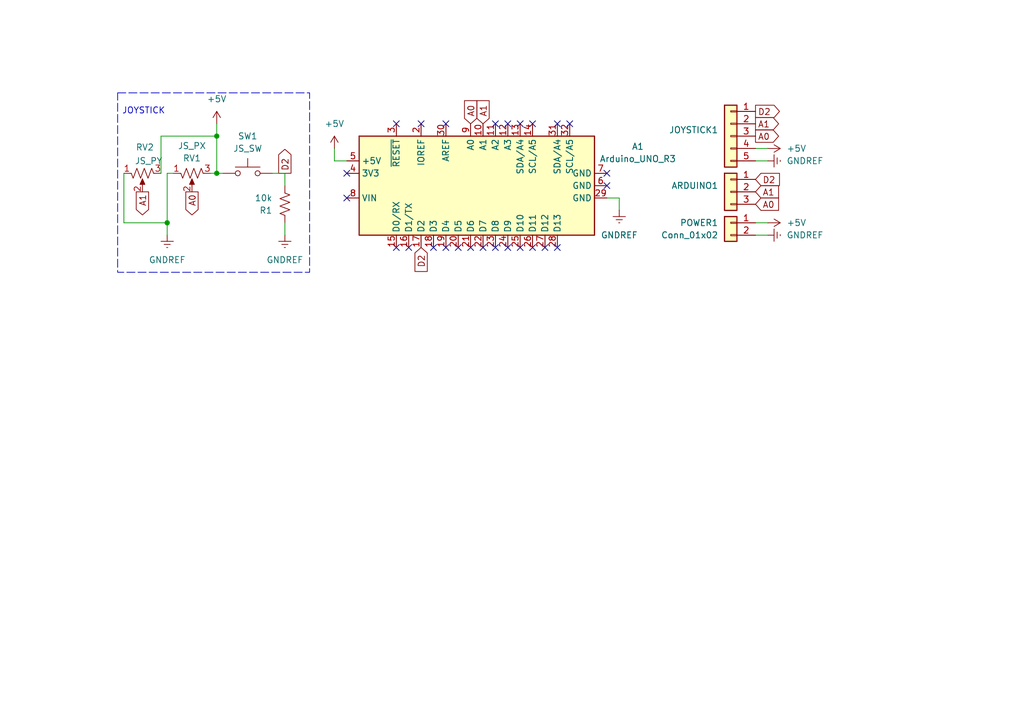
<source format=kicad_sch>
(kicad_sch (version 20231120) (generator "eeschema") (generator_version "8.0")
  (paper "A5")
  (lib_symbols
    (symbol "Connector_Generic:Conn_01x02" (pin_names (offset 1.016) hide)
      (property "Reference" "J" (at 0 2.54 0))
      (property "Value" "Conn_01x02" (at 0 -5.08 0))
      (symbol "Conn_01x02_1_1"
        (rectangle (start -1.27 -2.413) (end 0 -2.667) (stroke (width 0.1524)))
        (rectangle (start -1.27 0.127) (end 0 -0.127) (stroke (width 0.1524)))
        (rectangle (start -1.27 1.27) (end 1.27 -3.81) (stroke (width 0.254)) (fill (type background)))
        (pin passive line (at -5.08 0 0) (length 3.81) (name "Pin_1") (number "1"))
        (pin passive line (at -5.08 -2.54 0) (length 3.81) (name "Pin_2") (number "2"))
      )
    )
    (symbol "Connector_Generic:Conn_01x03" (pin_names (offset 1.016) hide)
      (property "Reference" "J" (at 0 5.08 0))
      (property "Value" "Conn_01x03" (at 0 -5.08 0))
      (symbol "Conn_01x03_1_1"
        (rectangle (start -1.27 -2.413) (end 0 -2.667) (stroke (width 0.1524)))
        (rectangle (start -1.27 0.127) (end 0 -0.127) (stroke (width 0.1524)))
        (rectangle (start -1.27 2.667) (end 0 2.413) (stroke (width 0.1524)))
        (rectangle (start -1.27 3.81) (end 1.27 -3.81) (stroke (width 0.254)) (fill (type background)))
        (pin passive line (at -5.08 2.54 0) (length 3.81) (name "Pin_1") (number "1"))
        (pin passive line (at -5.08 0 0) (length 3.81) (name "Pin_2") (number "2"))
        (pin passive line (at -5.08 -2.54 0) (length 3.81) (name "Pin_3") (number "3"))
      )
    )
    (symbol "Connector_Generic:Conn_01x05" (pin_names (offset 1.016) hide)
      (property "Reference" "J" (at 0 7.62 0))
      (property "Value" "Conn_01x05" (at 0 -7.62 0))
      (symbol "Conn_01x05_1_1"
        (rectangle (start -1.27 -4.953) (end 0 -5.207) (stroke (width 0.1524)))
        (rectangle (start -1.27 -2.413) (end 0 -2.667) (stroke (width 0.1524)))
        (rectangle (start -1.27 0.127) (end 0 -0.127) (stroke (width 0.1524)))
        (rectangle (start -1.27 2.667) (end 0 2.413) (stroke (width 0.1524)))
        (rectangle (start -1.27 5.207) (end 0 4.953) (stroke (width 0.1524)))
        (rectangle (start -1.27 6.35) (end 1.27 -6.35) (stroke (width 0.254)) (fill (type background)))
        (pin passive line (at -5.08 5.08 0) (length 3.81) (name "Pin_1") (number "1"))
        (pin passive line (at -5.08 2.54 0) (length 3.81) (name "Pin_2") (number "2"))
        (pin passive line (at -5.08 0 0) (length 3.81) (name "Pin_3") (number "3"))
        (pin passive line (at -5.08 -2.54 0) (length 3.81) (name "Pin_4") (number "4"))
        (pin passive line (at -5.08 -5.08 0) (length 3.81) (name "Pin_5") (number "5"))
      )
    )
    (symbol "Device:R_Potentiometer_US" (pin_names (offset 1.016) hide)
      (property "Reference" "RV" (at -4.445 0 90))
      (property "Value" "R_Potentiometer_US" (at -2.54 0 90))
      (symbol "R_Potentiometer_US_0_1"
        (polyline (pts (xy 0 -2.286) (xy 0 -2.54)))
        (polyline (pts (xy 0 2.54) (xy 0 2.286)))
        (polyline (pts (xy 2.54 0) (xy 1.524 0)))
        (polyline (pts (xy 1.143 0) (xy 2.286 0.508) (xy 2.286 -0.508) (xy 1.143 0)) (fill (type outline)))
        (polyline (pts (xy 0 -0.762) (xy 1.016 -1.143) (xy 0 -1.524) (xy -1.016 -1.905) (xy 0 -2.286)))
        (polyline (pts (xy 0 0.762) (xy 1.016 0.381) (xy 0 0) (xy -1.016 -0.381) (xy 0 -0.762)))
        (polyline (pts (xy 0 2.286) (xy 1.016 1.905) (xy 0 1.524) (xy -1.016 1.143) (xy 0 0.762)))
      )
      (symbol "R_Potentiometer_US_1_1"
        (pin passive line (at 0 3.81 270) (length 1.27) (name "1") (number "1"))
        (pin passive line (at 3.81 0 180) (length 1.27) (name "2") (number "2"))
        (pin passive line (at 0 -3.81 90) (length 1.27) (name "3") (number "3"))
      )
    )
    (symbol "Device:R_US" (pin_numbers hide) (pin_names (offset 0))
      (property "Reference" "R" (at 2.54 0 90))
      (property "Value" "R_US" (at -2.54 0 90))
      (symbol "R_US_0_1"
        (polyline (pts (xy 0 -2.286) (xy 0 -2.54)))
        (polyline (pts (xy 0 2.286) (xy 0 2.54)))
        (polyline (pts (xy 0 -0.762) (xy 1.016 -1.143) (xy 0 -1.524) (xy -1.016 -1.905) (xy 0 -2.286)))
        (polyline (pts (xy 0 0.762) (xy 1.016 0.381) (xy 0 0) (xy -1.016 -0.381) (xy 0 -0.762)))
        (polyline (pts (xy 0 2.286) (xy 1.016 1.905) (xy 0 1.524) (xy -1.016 1.143) (xy 0 0.762)))
      )
      (symbol "R_US_1_1"
        (pin passive line (at 0 3.81 270) (length 1.27) (name "~") (number "1"))
        (pin passive line (at 0 -3.81 90) (length 1.27) (name "~") (number "2"))
      )
    )
    (symbol "MCU_Module:Arduino_UNO_R3"
      (property "Reference" "A" (at -10.16 23.495 0))
      (property "Value" "Arduino_UNO_R3" (at 5.08 -26.67 0))
      (symbol "Arduino_UNO_R3_0_1"
        (rectangle (start -10.16 22.86) (end 10.16 -25.4) (stroke (width 0.254)) (fill (type background)))
      )
      (symbol "Arduino_UNO_R3_1_1"
        (pin no_connect line (at -10.16 -20.32 0) (length 2.54) hide (name "NC") (number "1"))
        (pin bidirectional line (at 12.7 -2.54 180) (length 2.54) (name "A1") (number "10"))
        (pin bidirectional line (at 12.7 -5.08 180) (length 2.54) (name "A2") (number "11"))
        (pin bidirectional line (at 12.7 -7.62 180) (length 2.54) (name "A3") (number "12"))
        (pin bidirectional line (at 12.7 -10.16 180) (length 2.54) (name "SDA/A4") (number "13"))
        (pin bidirectional line (at 12.7 -12.7 180) (length 2.54) (name "SCL/A5") (number "14"))
        (pin bidirectional line (at -12.7 15.24 0) (length 2.54) (name "D0/RX") (number "15"))
        (pin bidirectional line (at -12.7 12.7 0) (length 2.54) (name "D1/TX") (number "16"))
        (pin bidirectional line (at -12.7 10.16 0) (length 2.54) (name "D2") (number "17"))
        (pin bidirectional line (at -12.7 7.62 0) (length 2.54) (name "D3") (number "18"))
        (pin bidirectional line (at -12.7 5.08 0) (length 2.54) (name "D4") (number "19"))
        (pin output line (at 12.7 10.16 180) (length 2.54) (name "IOREF") (number "2"))
        (pin bidirectional line (at -12.7 2.54 0) (length 2.54) (name "D5") (number "20"))
        (pin bidirectional line (at -12.7 0 0) (length 2.54) (name "D6") (number "21"))
        (pin bidirectional line (at -12.7 -2.54 0) (length 2.54) (name "D7") (number "22"))
        (pin bidirectional line (at -12.7 -5.08 0) (length 2.54) (name "D8") (number "23"))
        (pin bidirectional line (at -12.7 -7.62 0) (length 2.54) (name "D9") (number "24"))
        (pin bidirectional line (at -12.7 -10.16 0) (length 2.54) (name "D10") (number "25"))
        (pin bidirectional line (at -12.7 -12.7 0) (length 2.54) (name "D11") (number "26"))
        (pin bidirectional line (at -12.7 -15.24 0) (length 2.54) (name "D12") (number "27"))
        (pin bidirectional line (at -12.7 -17.78 0) (length 2.54) (name "D13") (number "28"))
        (pin power_in line (at -2.54 -27.94 90) (length 2.54) (name "GND") (number "29"))
        (pin input line (at 12.7 15.24 180) (length 2.54) (name "~{RESET}") (number "3"))
        (pin input line (at 12.7 5.08 180) (length 2.54) (name "AREF") (number "30"))
        (pin bidirectional line (at 12.7 -17.78 180) (length 2.54) (name "SDA/A4") (number "31"))
        (pin bidirectional line (at 12.7 -20.32 180) (length 2.54) (name "SCL/A5") (number "32"))
        (pin power_out line (at 2.54 25.4 270) (length 2.54) (name "3V3") (number "4"))
        (pin power_out line (at 5.08 25.4 270) (length 2.54) (name "+5V") (number "5"))
        (pin power_in line (at 0 -27.94 90) (length 2.54) (name "GND") (number "6"))
        (pin power_in line (at 2.54 -27.94 90) (length 2.54) (name "GND") (number "7"))
        (pin power_in line (at -2.54 25.4 270) (length 2.54) (name "VIN") (number "8"))
        (pin bidirectional line (at 12.7 0 180) (length 2.54) (name "A0") (number "9"))
      )
    )
    (symbol "Switch:SW_Push" (pin_numbers hide) (pin_names (offset 1.016) hide)
      (property "Reference" "SW" (at 1.27 2.54 0))
      (property "Value" "SW_Push" (at 0 -1.524 0))
      (symbol "SW_Push_0_1"
        (circle (center -2.032 0) (radius 0.508))
        (polyline (pts (xy 0 1.27) (xy 0 3.048)))
        (polyline (pts (xy 2.54 1.27) (xy -2.54 1.27)))
        (circle (center 2.032 0) (radius 0.508))
        (pin passive line (at -5.08 0 0) (length 2.54) (name "1") (number "1"))
        (pin passive line (at 5.08 0 180) (length 2.54) (name "2") (number "2"))
      )
    )
    (symbol "power:+5V" (power) (pin_numbers hide) (pin_names (offset 0) hide)
      (property "Value" "+5V" (at 0 3.556 0))
      (symbol "+5V_0_1"
        (polyline (pts (xy -0.762 1.27) (xy 0 2.54)))
        (polyline (pts (xy 0 0) (xy 0 2.54)))
        (polyline (pts (xy 0 2.54) (xy 0.762 1.27)))
      )
      (symbol "+5V_1_1"
        (pin power_in line (at 0 0 90) (length 0) (name "~") (number "1"))
      )
    )
    (symbol "power:GNDREF" (power) (pin_numbers hide) (pin_names (offset 0) hide)
      (property "Value" "GNDREF" (at 0 -3.81 0))
      (symbol "GNDREF_0_1"
        (polyline (pts (xy -0.635 -1.905) (xy 0.635 -1.905)))
        (polyline (pts (xy -0.127 -2.54) (xy 0.127 -2.54)))
        (polyline (pts (xy 0 -1.27) (xy 0 0)))
        (polyline (pts (xy 1.27 -1.27) (xy -1.27 -1.27)))
      )
      (symbol "GNDREF_1_1"
        (pin power_in line (at 0 0 270) (length 0) (name "~") (number "1"))
      )
    )
  )
  (junction (at 44.45 35.56))
  (junction (at 44.45 27.94))
  (junction (at 34.29 45.72))
  (no_connect (at 116.84 25.4))
  (no_connect (at 106.68 50.8))
  (no_connect (at 91.44 25.4))
  (no_connect (at 104.14 25.4))
  (no_connect (at 81.28 25.4))
  (no_connect (at 91.44 50.8))
  (no_connect (at 111.76 50.8))
  (no_connect (at 71.12 40.64))
  (no_connect (at 101.6 25.4))
  (no_connect (at 81.28 50.8))
  (no_connect (at 101.6 50.8))
  (no_connect (at 83.82 50.8))
  (no_connect (at 114.3 25.4))
  (no_connect (at 99.06 50.8))
  (no_connect (at 93.98 50.8))
  (no_connect (at 96.52 50.8))
  (no_connect (at 71.12 35.56))
  (no_connect (at 106.68 25.4))
  (no_connect (at 86.36 25.4))
  (no_connect (at 109.22 50.8))
  (no_connect (at 109.22 25.4))
  (no_connect (at 104.14 50.8))
  (no_connect (at 124.46 38.1))
  (no_connect (at 114.3 50.8))
  (no_connect (at 124.46 35.56))
  (no_connect (at 88.9 50.8))
  (wire (pts (xy 25.4 45.72) (xy 34.29 45.72)))
  (wire (pts (xy 68.58 33.02) (xy 71.12 33.02)))
  (wire (pts (xy 154.94 30.48) (xy 157.48 30.48)))
  (wire (pts (xy 127 43.18) (xy 127 40.64)))
  (wire (pts (xy 44.45 35.56) (xy 43.18 35.56)))
  (wire (pts (xy 157.48 33.02) (xy 154.94 33.02)))
  (wire (pts (xy 68.58 30.48) (xy 68.58 33.02)))
  (wire (pts (xy 157.48 48.26) (xy 154.94 48.26)))
  (wire (pts (xy 127 40.64) (xy 124.46 40.64)))
  (wire (pts (xy 44.45 27.94) (xy 44.45 25.4)))
  (wire (pts (xy 157.48 45.72) (xy 154.94 45.72)))
  (wire (pts (xy 44.45 35.56) (xy 45.72 35.56)))
  (wire (pts (xy 58.42 35.56) (xy 58.42 38.1)))
  (wire (pts (xy 33.02 35.56) (xy 33.02 27.94)))
  (wire (pts (xy 33.02 27.94) (xy 44.45 27.94)))
  (wire (pts (xy 44.45 35.56) (xy 44.45 27.94)))
  (wire (pts (xy 25.4 35.56) (xy 25.4 45.72)))
  (wire (pts (xy 55.88 35.56) (xy 58.42 35.56)))
  (wire (pts (xy 34.29 35.56) (xy 34.29 45.72)))
  (wire (pts (xy 34.29 45.72) (xy 34.29 48.26)))
  (wire (pts (xy 35.56 35.56) (xy 34.29 35.56)))
  (wire (pts (xy 58.42 45.72) (xy 58.42 48.26)))
  (rectangle (start 24.13 19.05) (end 63.5 55.88) (stroke (width 0) (type dash)))
  (text "JOYSTICK" (at 29.464 22.86 0) (effects (font (size 1.27 1.27))))
  (global_label "A1" (shape input) (at 99.06 25.4 90) (property "Intersheetrefs" "${INTERSHEET_REFS}" (effects (hide yes))))
  (global_label "A1" (shape output) (at 29.21 39.37 270) (property "Intersheetrefs" "${INTERSHEET_REFS}" (effects (hide yes))))
  (global_label "D2" (shape input) (at 154.94 36.83 0) (property "Intersheetrefs" "${INTERSHEET_REFS}" (effects (hide yes))))
  (global_label "D2" (shape output) (at 154.94 22.86 0) (property "Intersheetrefs" "${INTERSHEET_REFS}" (effects (hide yes))))
  (global_label "D2" (shape input) (at 86.36 50.8 270) (property "Intersheetrefs" "${INTERSHEET_REFS}" (effects (hide yes))))
  (global_label "A0" (shape output) (at 39.37 39.37 270) (property "Intersheetrefs" "${INTERSHEET_REFS}" (effects (hide yes))))
  (global_label "A0" (shape input) (at 96.52 25.4 90) (property "Intersheetrefs" "${INTERSHEET_REFS}" (effects (hide yes))))
  (global_label "A1" (shape input) (at 154.94 39.37 0) (property "Intersheetrefs" "${INTERSHEET_REFS}" (effects (hide yes))))
  (global_label "A0" (shape output) (at 154.94 27.94 0) (property "Intersheetrefs" "${INTERSHEET_REFS}" (effects (hide yes))))
  (global_label "A0" (shape input) (at 154.94 41.91 0) (property "Intersheetrefs" "${INTERSHEET_REFS}" (effects (hide yes))))
  (global_label "A1" (shape output) (at 154.94 25.4 0) (property "Intersheetrefs" "${INTERSHEET_REFS}" (effects (hide yes))))
  (global_label "D2" (shape output) (at 58.42 35.56 90) (property "Intersheetrefs" "${INTERSHEET_REFS}" (effects (hide yes))))
  (symbol (lib_id "Connector_Generic:Conn_01x05") (at 149.86 27.94 0) (mirror y) (unit 1)
    (property "Reference" "JOYSTICK1" (at 147.32 26.6699 0) (effects (justify left)))
    (property "Value" "Conn_01x05" (effects (hide yes)))
    (property "Footprint" "Connector_PinSocket_2.54mm:PinSocket_1x05_P2.54mm_Vertical" (effects (hide yes)))
    (property "Description" "Generic connector, single row, 01x05, script generated (kicad-library-utils/schlib/autogen/connector/)" (effects (hide yes)))
  )
  (symbol (lib_id "power:+5V") (at 157.48 45.72 270) (unit 1) (on_board no)
    (property "Reference" "#PWR08" (effects (hide yes)))
    (property "Value" "+5V" (at 161.29 45.7199 90) (effects (justify left)))
    (property "Description" "Power symbol creates a global label with name \"+5V\"" (effects (hide yes)))
  )
  (symbol (lib_id "Device:R_Potentiometer_US") (at 29.21 35.56 90) (mirror x) (unit 1) (on_board no)
    (property "Reference" "RV2" (at 29.718 30.226 90))
    (property "Value" "JS_PY" (at 30.4799 33.02 90))
    (property "Footprint" "Package_DIP:DIP-24_W7.62mm" (effects (hide yes)))
    (property "Description" "Potentiometer, US symbol" (effects (hide yes)))
  )
  (symbol (lib_id "Device:R_Potentiometer_US") (at 39.37 35.56 90) (mirror x) (unit 1) (on_board no)
    (property "Reference" "RV1" (at 39.37 31.75 90) (effects (justify top)))
    (property "Value" "JS_PX" (at 39.37 29.21 90) (effects (justify top)))
    (property "Footprint" "Package_DIP:DIP-24_W7.62mm" (effects (hide yes)))
    (property "Description" "Potentiometer, US symbol" (effects (hide yes)))
  )
  (symbol (lib_id "power:+5V") (at 68.58 30.48 0) (unit 1) (on_board no)
    (property "Reference" "#PWR06" (effects (hide yes)))
    (property "Value" "+5V" (at 68.58 25.4 0))
    (property "Description" "Power symbol creates a global label with name \"+5V\"" (effects (hide yes)))
  )
  (symbol (lib_id "Device:R_US") (at 58.42 41.91 180) (unit 1) (on_board no)
    (property "Reference" "R1" (at 55.88 43.1801 0) (effects (justify left)))
    (property "Value" "10k" (at 55.88 40.6401 0) (effects (justify left)))
    (property "Description" "Resistor, US symbol" (effects (hide yes)))
  )
  (symbol (lib_id "power:GNDREF") (at 127 43.18 0) (unit 1) (on_board no)
    (property "Reference" "#PWR04" (effects (hide yes)))
    (property "Value" "GNDREF" (at 127 48.26 0))
    (property "Description" "Power symbol creates a global label with name \"GNDREF\" , reference supply ground" (effects (hide yes)))
  )
  (symbol (lib_id "power:GNDREF") (at 58.42 48.26 0) (unit 1) (on_board no)
    (property "Reference" "#PWR02" (effects (hide yes)))
    (property "Value" "GNDREF" (at 58.42 53.34 0))
    (property "Description" "Power symbol creates a global label with name \"GNDREF\" , reference supply ground" (effects (hide yes)))
  )
  (symbol (lib_id "Connector_Generic:Conn_01x02") (at 149.86 45.72 0) (mirror y) (unit 1)
    (property "Reference" "POWER1" (at 147.32 45.7199 0) (effects (justify left)))
    (property "Value" "Conn_01x02" (at 147.32 48.2599 0) (effects (justify left)))
    (property "Footprint" "Connector_PinHeader_2.54mm:PinHeader_1x02_P2.54mm_Vertical" (effects (hide yes)))
    (property "Description" "Generic connector, single row, 01x02, script generated (kicad-library-utils/schlib/autogen/connector/)" (effects (hide yes)))
  )
  (symbol (lib_id "power:+5V") (at 44.45 25.4 0) (unit 1) (on_board no)
    (property "Reference" "#PWR01" (effects (hide yes)))
    (property "Value" "+5V" (at 44.45 20.32 0))
    (property "Description" "Power symbol creates a global label with name \"+5V\"" (effects (hide yes)))
  )
  (symbol (lib_id "Switch:SW_Push") (at 50.8 35.56 0) (unit 1) (on_board no)
    (property "Reference" "SW1" (at 50.8 27.94 0))
    (property "Value" "JS_SW" (at 50.8 30.48 0))
    (property "Description" "Push button switch, generic, two pins" (effects (hide yes)))
  )
  (symbol (lib_id "MCU_Module:Arduino_UNO_R3") (at 96.52 38.1 90) (unit 1) (in_bom no) (on_board no)
    (property "Reference" "A1" (at 130.81 30.0638 90))
    (property "Value" "Arduino_UNO_R3" (at 130.81 32.6038 90))
    (property "Footprint" "Module:Arduino_UNO_R3" (effects (hide yes)))
    (property "Datasheet" "https://www.arduino.cc/en/Main/arduinoBoardUno" (effects (hide yes)))
    (property "Description" "Arduino UNO Microcontroller Module, release 3" (effects (hide yes)))
  )
  (symbol (lib_id "power:GNDREF") (at 157.48 48.26 90) (unit 1) (on_board no)
    (property "Reference" "#PWR09" (effects (hide yes)))
    (property "Value" "GNDREF" (at 161.29 48.2599 90) (effects (justify right)))
    (property "Description" "Power symbol creates a global label with name \"GNDREF\" , reference supply ground" (effects (hide yes)))
  )
  (symbol (lib_id "power:GNDREF") (at 34.29 48.26 0) (unit 1) (on_board no)
    (property "Reference" "#PWR03" (effects (hide yes)))
    (property "Value" "GNDREF" (at 34.29 53.34 0))
    (property "Description" "Power symbol creates a global label with name \"GNDREF\" , reference supply ground" (effects (hide yes)))
  )
  (symbol (lib_id "power:+5V") (at 157.48 30.48 270) (unit 1) (on_board no)
    (property "Reference" "#PWR07" (effects (hide yes)))
    (property "Value" "+5V" (at 161.29 30.4799 90) (effects (justify left)))
    (property "Description" "Power symbol creates a global label with name \"+5V\"" (effects (hide yes)))
  )
  (symbol (lib_id "Connector_Generic:Conn_01x03") (at 149.86 39.37 0) (mirror y) (unit 1)
    (property "Reference" "ARDUINO1" (at 147.32 38.0999 0) (effects (justify left)))
    (property "Value" "Conn_01x03" (effects (hide yes)))
    (property "Footprint" "Connector_PinHeader_2.54mm:PinHeader_1x03_P2.54mm_Vertical" (effects (hide yes)))
    (property "Description" "Generic connector, single row, 01x03, script generated (kicad-library-utils/schlib/autogen/connector/)" (effects (hide yes)))
  )
  (symbol (lib_id "power:GNDREF") (at 157.48 33.02 90) (unit 1) (on_board no)
    (property "Reference" "#PWR05" (effects (hide yes)))
    (property "Value" "GNDREF" (at 161.29 33.0199 90) (effects (justify right)))
    (property "Description" "Power symbol creates a global label with name \"GNDREF\" , reference supply ground" (effects (hide yes)))
  )
)
</source>
